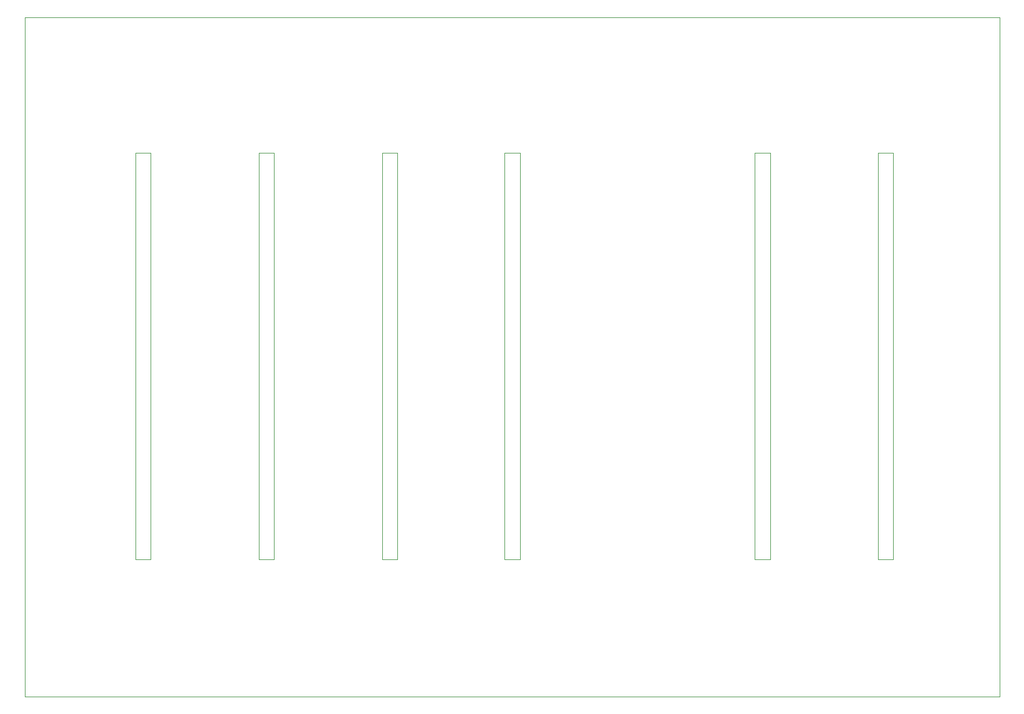
<source format=gm1>
G04 #@! TF.GenerationSoftware,KiCad,Pcbnew,8.0.1-8.0.1-1~ubuntu22.04.1*
G04 #@! TF.CreationDate,2024-03-31T13:35:33+01:00*
G04 #@! TF.ProjectId,Arduino_Mixer,41726475-696e-46f5-9f4d-697865722e6b,1.0*
G04 #@! TF.SameCoordinates,Original*
G04 #@! TF.FileFunction,Profile,NP*
%FSLAX46Y46*%
G04 Gerber Fmt 4.6, Leading zero omitted, Abs format (unit mm)*
G04 Created by KiCad (PCBNEW 8.0.1-8.0.1-1~ubuntu22.04.1) date 2024-03-31 13:35:33*
%MOMM*%
%LPD*%
G01*
G04 APERTURE LIST*
G04 #@! TA.AperFunction,Profile*
%ADD10C,0.100000*%
G04 #@! TD*
G04 APERTURE END LIST*
D10*
X91361000Y-65278000D02*
X93599000Y-65278000D01*
X93599000Y-124714000D01*
X91361000Y-124714000D01*
X91361000Y-65278000D01*
X109395000Y-65278000D02*
X111633000Y-65278000D01*
X111633000Y-124714000D01*
X109395000Y-124714000D01*
X109395000Y-65278000D01*
X127429000Y-65278000D02*
X129667000Y-65278000D01*
X129667000Y-124714000D01*
X127429000Y-124714000D01*
X127429000Y-65278000D01*
X181912000Y-65278000D02*
X184150000Y-65278000D01*
X184150000Y-124714000D01*
X181912000Y-124714000D01*
X181912000Y-65278000D01*
X199898000Y-65278000D02*
X202136000Y-65278000D01*
X202136000Y-124714000D01*
X199898000Y-124714000D01*
X199898000Y-65278000D01*
X75184000Y-45466000D02*
X217678000Y-45466000D01*
X217678000Y-144780000D01*
X75184000Y-144780000D01*
X75184000Y-45466000D01*
X145336000Y-65278000D02*
X147574000Y-65278000D01*
X147574000Y-124714000D01*
X145336000Y-124714000D01*
X145336000Y-65278000D01*
M02*

</source>
